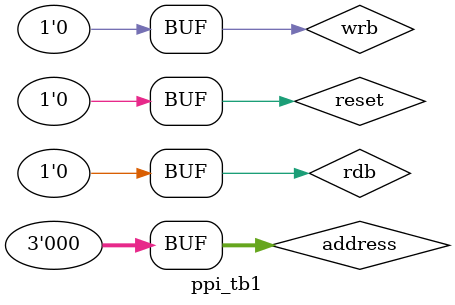
<source format=v>
`timescale 1ns / 1ps


module ppi_tb1;

	// Inputs
	reg rdb;
	reg wrb;
	reg [2:0] address;
	reg reset;

	// Bidirs
	wire [7:0] data;
	wire [7:0] PortA;
	wire [7:0] PortB;
	wire [7:0] PortC;

	// Instantiate the Unit Under Test (UUT)
	ppi uut (
		.rdb(rdb), 
		.wrb(wrb), 
		.address(address), 
		.reset(reset), 
		.data(data), 
		.PortA(PortA), 
		.PortB(PortB), 
		.PortC(PortC)
	);

	initial begin
		// Initialize Inputs
		rdb = 0;
		wrb = 0;
		address = 0;
		reset = 0;

		// Wait 100 ns for global reset to finish
		#100;
        
		// Add stimulus here - This is the template for any test bench we want to write 

	end
      
endmodule


</source>
